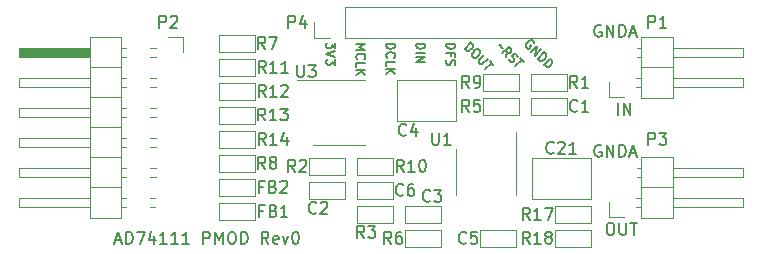
<source format=gbr>
%TF.GenerationSoftware,KiCad,Pcbnew,(6.0.0)*%
%TF.CreationDate,2022-01-10T21:54:35-05:00*%
%TF.ProjectId,ad74111_module,61643734-3131-4315-9f6d-6f64756c652e,rev?*%
%TF.SameCoordinates,Original*%
%TF.FileFunction,Legend,Top*%
%TF.FilePolarity,Positive*%
%FSLAX46Y46*%
G04 Gerber Fmt 4.6, Leading zero omitted, Abs format (unit mm)*
G04 Created by KiCad (PCBNEW (6.0.0)) date 2022-01-10 21:54:35*
%MOMM*%
%LPD*%
G01*
G04 APERTURE LIST*
%ADD10C,0.150000*%
%ADD11C,0.120000*%
G04 APERTURE END LIST*
D10*
X99426095Y-62396666D02*
X99902285Y-62396666D01*
X99330857Y-62682380D02*
X99664190Y-61682380D01*
X99997523Y-62682380D01*
X100330857Y-62682380D02*
X100330857Y-61682380D01*
X100568952Y-61682380D01*
X100711809Y-61730000D01*
X100807047Y-61825238D01*
X100854666Y-61920476D01*
X100902285Y-62110952D01*
X100902285Y-62253809D01*
X100854666Y-62444285D01*
X100807047Y-62539523D01*
X100711809Y-62634761D01*
X100568952Y-62682380D01*
X100330857Y-62682380D01*
X101235619Y-61682380D02*
X101902285Y-61682380D01*
X101473714Y-62682380D01*
X102711809Y-62015714D02*
X102711809Y-62682380D01*
X102473714Y-61634761D02*
X102235619Y-62349047D01*
X102854666Y-62349047D01*
X103759428Y-62682380D02*
X103188000Y-62682380D01*
X103473714Y-62682380D02*
X103473714Y-61682380D01*
X103378476Y-61825238D01*
X103283238Y-61920476D01*
X103188000Y-61968095D01*
X104711809Y-62682380D02*
X104140380Y-62682380D01*
X104426095Y-62682380D02*
X104426095Y-61682380D01*
X104330857Y-61825238D01*
X104235619Y-61920476D01*
X104140380Y-61968095D01*
X105664190Y-62682380D02*
X105092761Y-62682380D01*
X105378476Y-62682380D02*
X105378476Y-61682380D01*
X105283238Y-61825238D01*
X105188000Y-61920476D01*
X105092761Y-61968095D01*
X106854666Y-62682380D02*
X106854666Y-61682380D01*
X107235619Y-61682380D01*
X107330857Y-61730000D01*
X107378476Y-61777619D01*
X107426095Y-61872857D01*
X107426095Y-62015714D01*
X107378476Y-62110952D01*
X107330857Y-62158571D01*
X107235619Y-62206190D01*
X106854666Y-62206190D01*
X107854666Y-62682380D02*
X107854666Y-61682380D01*
X108188000Y-62396666D01*
X108521333Y-61682380D01*
X108521333Y-62682380D01*
X109188000Y-61682380D02*
X109378476Y-61682380D01*
X109473714Y-61730000D01*
X109568952Y-61825238D01*
X109616571Y-62015714D01*
X109616571Y-62349047D01*
X109568952Y-62539523D01*
X109473714Y-62634761D01*
X109378476Y-62682380D01*
X109188000Y-62682380D01*
X109092761Y-62634761D01*
X108997523Y-62539523D01*
X108949904Y-62349047D01*
X108949904Y-62015714D01*
X108997523Y-61825238D01*
X109092761Y-61730000D01*
X109188000Y-61682380D01*
X110045142Y-62682380D02*
X110045142Y-61682380D01*
X110283238Y-61682380D01*
X110426095Y-61730000D01*
X110521333Y-61825238D01*
X110568952Y-61920476D01*
X110616571Y-62110952D01*
X110616571Y-62253809D01*
X110568952Y-62444285D01*
X110521333Y-62539523D01*
X110426095Y-62634761D01*
X110283238Y-62682380D01*
X110045142Y-62682380D01*
X112378476Y-62682380D02*
X112045142Y-62206190D01*
X111807047Y-62682380D02*
X111807047Y-61682380D01*
X112188000Y-61682380D01*
X112283238Y-61730000D01*
X112330857Y-61777619D01*
X112378476Y-61872857D01*
X112378476Y-62015714D01*
X112330857Y-62110952D01*
X112283238Y-62158571D01*
X112188000Y-62206190D01*
X111807047Y-62206190D01*
X113188000Y-62634761D02*
X113092761Y-62682380D01*
X112902285Y-62682380D01*
X112807047Y-62634761D01*
X112759428Y-62539523D01*
X112759428Y-62158571D01*
X112807047Y-62063333D01*
X112902285Y-62015714D01*
X113092761Y-62015714D01*
X113188000Y-62063333D01*
X113235619Y-62158571D01*
X113235619Y-62253809D01*
X112759428Y-62349047D01*
X113568952Y-62015714D02*
X113807047Y-62682380D01*
X114045142Y-62015714D01*
X114616571Y-61682380D02*
X114711809Y-61682380D01*
X114807047Y-61730000D01*
X114854666Y-61777619D01*
X114902285Y-61872857D01*
X114949904Y-62063333D01*
X114949904Y-62301428D01*
X114902285Y-62491904D01*
X114854666Y-62587142D01*
X114807047Y-62634761D01*
X114711809Y-62682380D01*
X114616571Y-62682380D01*
X114521333Y-62634761D01*
X114473714Y-62587142D01*
X114426095Y-62491904D01*
X114378476Y-62301428D01*
X114378476Y-62063333D01*
X114426095Y-61872857D01*
X114473714Y-61777619D01*
X114521333Y-61730000D01*
X114616571Y-61682380D01*
X119797285Y-45744928D02*
X120559285Y-45744928D01*
X120015000Y-45998928D01*
X120559285Y-46252928D01*
X119797285Y-46252928D01*
X119869857Y-47051214D02*
X119833571Y-47014928D01*
X119797285Y-46906071D01*
X119797285Y-46833500D01*
X119833571Y-46724642D01*
X119906142Y-46652071D01*
X119978714Y-46615785D01*
X120123857Y-46579500D01*
X120232714Y-46579500D01*
X120377857Y-46615785D01*
X120450428Y-46652071D01*
X120523000Y-46724642D01*
X120559285Y-46833500D01*
X120559285Y-46906071D01*
X120523000Y-47014928D01*
X120486714Y-47051214D01*
X119797285Y-47740642D02*
X119797285Y-47377785D01*
X120559285Y-47377785D01*
X119797285Y-47994642D02*
X120559285Y-47994642D01*
X119797285Y-48430071D02*
X120232714Y-48103500D01*
X120559285Y-48430071D02*
X120123857Y-47994642D01*
X128985482Y-46160982D02*
X129524297Y-45622166D01*
X129652587Y-45750456D01*
X129703902Y-45853087D01*
X129703902Y-45955719D01*
X129678245Y-46032692D01*
X129601271Y-46160982D01*
X129524297Y-46237955D01*
X129396008Y-46314929D01*
X129319034Y-46340587D01*
X129216403Y-46340587D01*
X129113771Y-46289271D01*
X128985482Y-46160982D01*
X130165744Y-46263613D02*
X130268376Y-46366245D01*
X130294034Y-46443218D01*
X130294034Y-46545850D01*
X130217060Y-46674139D01*
X130037455Y-46853744D01*
X129909165Y-46930718D01*
X129806534Y-46930718D01*
X129729560Y-46905060D01*
X129626929Y-46802428D01*
X129601271Y-46725455D01*
X129601271Y-46622823D01*
X129678245Y-46494534D01*
X129857850Y-46314929D01*
X129986139Y-46237955D01*
X130088771Y-46237955D01*
X130165744Y-46263613D01*
X130627586Y-46725455D02*
X130191402Y-47161639D01*
X130165744Y-47238612D01*
X130165744Y-47289928D01*
X130191402Y-47366902D01*
X130294034Y-47469533D01*
X130371007Y-47495191D01*
X130422323Y-47495191D01*
X130499297Y-47469533D01*
X130935480Y-47033349D01*
X131115086Y-47212954D02*
X131422980Y-47520849D01*
X130730217Y-47905717D02*
X131269033Y-47366902D01*
X127447282Y-45744928D02*
X128209282Y-45744928D01*
X128209282Y-45926357D01*
X128172997Y-46035214D01*
X128100425Y-46107785D01*
X128027854Y-46144071D01*
X127882711Y-46180357D01*
X127773854Y-46180357D01*
X127628711Y-46144071D01*
X127556139Y-46107785D01*
X127483568Y-46035214D01*
X127447282Y-45926357D01*
X127447282Y-45744928D01*
X127846425Y-46760928D02*
X127846425Y-46506928D01*
X127447282Y-46506928D02*
X128209282Y-46506928D01*
X128209282Y-46869785D01*
X127483568Y-47123785D02*
X127447282Y-47232642D01*
X127447282Y-47414071D01*
X127483568Y-47486642D01*
X127519854Y-47522928D01*
X127592425Y-47559214D01*
X127664997Y-47559214D01*
X127737568Y-47522928D01*
X127773854Y-47486642D01*
X127810139Y-47414071D01*
X127846425Y-47268928D01*
X127882711Y-47196357D01*
X127918997Y-47160071D01*
X127991568Y-47123785D01*
X128064139Y-47123785D01*
X128136711Y-47160071D01*
X128172997Y-47196357D01*
X128209282Y-47268928D01*
X128209282Y-47450357D01*
X128172997Y-47559214D01*
X118019285Y-45672357D02*
X118019285Y-46144071D01*
X117729000Y-45890071D01*
X117729000Y-45998928D01*
X117692714Y-46071500D01*
X117656428Y-46107785D01*
X117583857Y-46144071D01*
X117402428Y-46144071D01*
X117329857Y-46107785D01*
X117293571Y-46071500D01*
X117257285Y-45998928D01*
X117257285Y-45781214D01*
X117293571Y-45708642D01*
X117329857Y-45672357D01*
X118019285Y-46361785D02*
X117257285Y-46615785D01*
X118019285Y-46869785D01*
X118019285Y-47051214D02*
X118019285Y-47522928D01*
X117729000Y-47268928D01*
X117729000Y-47377785D01*
X117692714Y-47450357D01*
X117656428Y-47486642D01*
X117583857Y-47522928D01*
X117402428Y-47522928D01*
X117329857Y-47486642D01*
X117293571Y-47450357D01*
X117257285Y-47377785D01*
X117257285Y-47160071D01*
X117293571Y-47087500D01*
X117329857Y-47051214D01*
X124877285Y-45744928D02*
X125639285Y-45744928D01*
X125639285Y-45926357D01*
X125603000Y-46035214D01*
X125530428Y-46107785D01*
X125457857Y-46144071D01*
X125312714Y-46180357D01*
X125203857Y-46180357D01*
X125058714Y-46144071D01*
X124986142Y-46107785D01*
X124913571Y-46035214D01*
X124877285Y-45926357D01*
X124877285Y-45744928D01*
X124877285Y-46506928D02*
X125639285Y-46506928D01*
X124877285Y-46869785D02*
X125639285Y-46869785D01*
X124877285Y-47305214D01*
X125639285Y-47305214D01*
X122337285Y-45744928D02*
X123099285Y-45744928D01*
X123099285Y-45926357D01*
X123063000Y-46035214D01*
X122990428Y-46107785D01*
X122917857Y-46144071D01*
X122772714Y-46180357D01*
X122663857Y-46180357D01*
X122518714Y-46144071D01*
X122446142Y-46107785D01*
X122373571Y-46035214D01*
X122337285Y-45926357D01*
X122337285Y-45744928D01*
X122409857Y-46942357D02*
X122373571Y-46906071D01*
X122337285Y-46797214D01*
X122337285Y-46724642D01*
X122373571Y-46615785D01*
X122446142Y-46543214D01*
X122518714Y-46506928D01*
X122663857Y-46470642D01*
X122772714Y-46470642D01*
X122917857Y-46506928D01*
X122990428Y-46543214D01*
X123063000Y-46615785D01*
X123099285Y-46724642D01*
X123099285Y-46797214D01*
X123063000Y-46906071D01*
X123026714Y-46942357D01*
X122337285Y-47631785D02*
X122337285Y-47268928D01*
X123099285Y-47268928D01*
X122337285Y-47885785D02*
X123099285Y-47885785D01*
X122337285Y-48321214D02*
X122772714Y-47994642D01*
X123099285Y-48321214D02*
X122663857Y-47885785D01*
X134860876Y-45676061D02*
X134835218Y-45599087D01*
X134758245Y-45522113D01*
X134655613Y-45470798D01*
X134552982Y-45470798D01*
X134476008Y-45496456D01*
X134347719Y-45573429D01*
X134270745Y-45650403D01*
X134193771Y-45778692D01*
X134168113Y-45855666D01*
X134168113Y-45958297D01*
X134219429Y-46060929D01*
X134270745Y-46112245D01*
X134373376Y-46163560D01*
X134424692Y-46163560D01*
X134604297Y-45983955D01*
X134501666Y-45881324D01*
X134604297Y-46445797D02*
X135143113Y-45906982D01*
X134912192Y-46753691D01*
X135451007Y-46214876D01*
X135168771Y-47010270D02*
X135707586Y-46471455D01*
X135835875Y-46599744D01*
X135887191Y-46702376D01*
X135887191Y-46805007D01*
X135861533Y-46881981D01*
X135784560Y-47010270D01*
X135707586Y-47087244D01*
X135579297Y-47164217D01*
X135502323Y-47189875D01*
X135399691Y-47189875D01*
X135297060Y-47138560D01*
X135168771Y-47010270D01*
X135707586Y-47549086D02*
X136246401Y-47010270D01*
X136374691Y-47138560D01*
X136426006Y-47241191D01*
X136426006Y-47343823D01*
X136400349Y-47420796D01*
X136323375Y-47549086D01*
X136246401Y-47626059D01*
X136118112Y-47703033D01*
X136041138Y-47728691D01*
X135938507Y-47728691D01*
X135835875Y-47677375D01*
X135707586Y-47549086D01*
X131907771Y-45878745D02*
X131959087Y-45878745D01*
X132036061Y-45904403D01*
X132087376Y-46058350D01*
X132164350Y-46084008D01*
X132215666Y-46084008D01*
X132472245Y-46853744D02*
X132549218Y-46417560D01*
X132164350Y-46545850D02*
X132703165Y-46007034D01*
X132908428Y-46212297D01*
X132934086Y-46289271D01*
X132934086Y-46340587D01*
X132908428Y-46417560D01*
X132831455Y-46494534D01*
X132754481Y-46520192D01*
X132703165Y-46520192D01*
X132626192Y-46494534D01*
X132420929Y-46289271D01*
X132703165Y-47033349D02*
X132754481Y-47135981D01*
X132882771Y-47264270D01*
X132959744Y-47289928D01*
X133011060Y-47289928D01*
X133088034Y-47264270D01*
X133139349Y-47212954D01*
X133165007Y-47135981D01*
X133165007Y-47084665D01*
X133139349Y-47007691D01*
X133062376Y-46879402D01*
X133036718Y-46802428D01*
X133036718Y-46751113D01*
X133062376Y-46674139D01*
X133113691Y-46622823D01*
X133190665Y-46597165D01*
X133241981Y-46597165D01*
X133318954Y-46622823D01*
X133447244Y-46751113D01*
X133498560Y-46853744D01*
X133678165Y-46982034D02*
X133986059Y-47289928D01*
X133293297Y-47674796D02*
X133832112Y-47135981D01*
X140541523Y-44204000D02*
X140446285Y-44156380D01*
X140303428Y-44156380D01*
X140160571Y-44204000D01*
X140065333Y-44299238D01*
X140017714Y-44394476D01*
X139970095Y-44584952D01*
X139970095Y-44727809D01*
X140017714Y-44918285D01*
X140065333Y-45013523D01*
X140160571Y-45108761D01*
X140303428Y-45156380D01*
X140398666Y-45156380D01*
X140541523Y-45108761D01*
X140589142Y-45061142D01*
X140589142Y-44727809D01*
X140398666Y-44727809D01*
X141017714Y-45156380D02*
X141017714Y-44156380D01*
X141589142Y-45156380D01*
X141589142Y-44156380D01*
X142065333Y-45156380D02*
X142065333Y-44156380D01*
X142303428Y-44156380D01*
X142446285Y-44204000D01*
X142541523Y-44299238D01*
X142589142Y-44394476D01*
X142636761Y-44584952D01*
X142636761Y-44727809D01*
X142589142Y-44918285D01*
X142541523Y-45013523D01*
X142446285Y-45108761D01*
X142303428Y-45156380D01*
X142065333Y-45156380D01*
X143017714Y-44870666D02*
X143493904Y-44870666D01*
X142922476Y-45156380D02*
X143255809Y-44156380D01*
X143589142Y-45156380D01*
X140541523Y-54364000D02*
X140446285Y-54316380D01*
X140303428Y-54316380D01*
X140160571Y-54364000D01*
X140065333Y-54459238D01*
X140017714Y-54554476D01*
X139970095Y-54744952D01*
X139970095Y-54887809D01*
X140017714Y-55078285D01*
X140065333Y-55173523D01*
X140160571Y-55268761D01*
X140303428Y-55316380D01*
X140398666Y-55316380D01*
X140541523Y-55268761D01*
X140589142Y-55221142D01*
X140589142Y-54887809D01*
X140398666Y-54887809D01*
X141017714Y-55316380D02*
X141017714Y-54316380D01*
X141589142Y-55316380D01*
X141589142Y-54316380D01*
X142065333Y-55316380D02*
X142065333Y-54316380D01*
X142303428Y-54316380D01*
X142446285Y-54364000D01*
X142541523Y-54459238D01*
X142589142Y-54554476D01*
X142636761Y-54744952D01*
X142636761Y-54887809D01*
X142589142Y-55078285D01*
X142541523Y-55173523D01*
X142446285Y-55268761D01*
X142303428Y-55316380D01*
X142065333Y-55316380D01*
X143017714Y-55030666D02*
X143493904Y-55030666D01*
X142922476Y-55316380D02*
X143255809Y-54316380D01*
X143589142Y-55316380D01*
X141970190Y-51760380D02*
X141970190Y-50760380D01*
X142446380Y-51760380D02*
X142446380Y-50760380D01*
X143017809Y-51760380D01*
X143017809Y-50760380D01*
X141240000Y-60920380D02*
X141430476Y-60920380D01*
X141525714Y-60968000D01*
X141620952Y-61063238D01*
X141668571Y-61253714D01*
X141668571Y-61587047D01*
X141620952Y-61777523D01*
X141525714Y-61872761D01*
X141430476Y-61920380D01*
X141240000Y-61920380D01*
X141144761Y-61872761D01*
X141049523Y-61777523D01*
X141001904Y-61587047D01*
X141001904Y-61253714D01*
X141049523Y-61063238D01*
X141144761Y-60968000D01*
X141240000Y-60920380D01*
X142097142Y-60920380D02*
X142097142Y-61729904D01*
X142144761Y-61825142D01*
X142192380Y-61872761D01*
X142287619Y-61920380D01*
X142478095Y-61920380D01*
X142573333Y-61872761D01*
X142620952Y-61825142D01*
X142668571Y-61729904D01*
X142668571Y-60920380D01*
X143001904Y-60920380D02*
X143573333Y-60920380D01*
X143287619Y-61920380D02*
X143287619Y-60920380D01*
%TO.C,FB2*%
X111916666Y-57840571D02*
X111583333Y-57840571D01*
X111583333Y-58364380D02*
X111583333Y-57364380D01*
X112059523Y-57364380D01*
X112773809Y-57840571D02*
X112916666Y-57888190D01*
X112964285Y-57935809D01*
X113011904Y-58031047D01*
X113011904Y-58173904D01*
X112964285Y-58269142D01*
X112916666Y-58316761D01*
X112821428Y-58364380D01*
X112440476Y-58364380D01*
X112440476Y-57364380D01*
X112773809Y-57364380D01*
X112869047Y-57412000D01*
X112916666Y-57459619D01*
X112964285Y-57554857D01*
X112964285Y-57650095D01*
X112916666Y-57745333D01*
X112869047Y-57792952D01*
X112773809Y-57840571D01*
X112440476Y-57840571D01*
X113392857Y-57459619D02*
X113440476Y-57412000D01*
X113535714Y-57364380D01*
X113773809Y-57364380D01*
X113869047Y-57412000D01*
X113916666Y-57459619D01*
X113964285Y-57554857D01*
X113964285Y-57650095D01*
X113916666Y-57792952D01*
X113345238Y-58364380D01*
X113964285Y-58364380D01*
%TO.C,P4*%
X114069904Y-44394380D02*
X114069904Y-43394380D01*
X114450857Y-43394380D01*
X114546095Y-43442000D01*
X114593714Y-43489619D01*
X114641333Y-43584857D01*
X114641333Y-43727714D01*
X114593714Y-43822952D01*
X114546095Y-43870571D01*
X114450857Y-43918190D01*
X114069904Y-43918190D01*
X115498476Y-43727714D02*
X115498476Y-44394380D01*
X115260380Y-43346761D02*
X115022285Y-44061047D01*
X115641333Y-44061047D01*
%TO.C,C6*%
X123785333Y-58523142D02*
X123737714Y-58570761D01*
X123594857Y-58618380D01*
X123499619Y-58618380D01*
X123356761Y-58570761D01*
X123261523Y-58475523D01*
X123213904Y-58380285D01*
X123166285Y-58189809D01*
X123166285Y-58046952D01*
X123213904Y-57856476D01*
X123261523Y-57761238D01*
X123356761Y-57666000D01*
X123499619Y-57618380D01*
X123594857Y-57618380D01*
X123737714Y-57666000D01*
X123785333Y-57713619D01*
X124642476Y-57618380D02*
X124452000Y-57618380D01*
X124356761Y-57666000D01*
X124309142Y-57713619D01*
X124213904Y-57856476D01*
X124166285Y-58046952D01*
X124166285Y-58427904D01*
X124213904Y-58523142D01*
X124261523Y-58570761D01*
X124356761Y-58618380D01*
X124547238Y-58618380D01*
X124642476Y-58570761D01*
X124690095Y-58523142D01*
X124737714Y-58427904D01*
X124737714Y-58189809D01*
X124690095Y-58094571D01*
X124642476Y-58046952D01*
X124547238Y-57999333D01*
X124356761Y-57999333D01*
X124261523Y-58046952D01*
X124213904Y-58094571D01*
X124166285Y-58189809D01*
%TO.C,R12*%
X112133142Y-50236380D02*
X111799809Y-49760190D01*
X111561714Y-50236380D02*
X111561714Y-49236380D01*
X111942666Y-49236380D01*
X112037904Y-49284000D01*
X112085523Y-49331619D01*
X112133142Y-49426857D01*
X112133142Y-49569714D01*
X112085523Y-49664952D01*
X112037904Y-49712571D01*
X111942666Y-49760190D01*
X111561714Y-49760190D01*
X113085523Y-50236380D02*
X112514095Y-50236380D01*
X112799809Y-50236380D02*
X112799809Y-49236380D01*
X112704571Y-49379238D01*
X112609333Y-49474476D01*
X112514095Y-49522095D01*
X113466476Y-49331619D02*
X113514095Y-49284000D01*
X113609333Y-49236380D01*
X113847428Y-49236380D01*
X113942666Y-49284000D01*
X113990285Y-49331619D01*
X114037904Y-49426857D01*
X114037904Y-49522095D01*
X113990285Y-49664952D01*
X113418857Y-50236380D01*
X114037904Y-50236380D01*
%TO.C,R10*%
X123817142Y-56586380D02*
X123483809Y-56110190D01*
X123245714Y-56586380D02*
X123245714Y-55586380D01*
X123626666Y-55586380D01*
X123721904Y-55634000D01*
X123769523Y-55681619D01*
X123817142Y-55776857D01*
X123817142Y-55919714D01*
X123769523Y-56014952D01*
X123721904Y-56062571D01*
X123626666Y-56110190D01*
X123245714Y-56110190D01*
X124769523Y-56586380D02*
X124198095Y-56586380D01*
X124483809Y-56586380D02*
X124483809Y-55586380D01*
X124388571Y-55729238D01*
X124293333Y-55824476D01*
X124198095Y-55872095D01*
X125388571Y-55586380D02*
X125483809Y-55586380D01*
X125579047Y-55634000D01*
X125626666Y-55681619D01*
X125674285Y-55776857D01*
X125721904Y-55967333D01*
X125721904Y-56205428D01*
X125674285Y-56395904D01*
X125626666Y-56491142D01*
X125579047Y-56538761D01*
X125483809Y-56586380D01*
X125388571Y-56586380D01*
X125293333Y-56538761D01*
X125245714Y-56491142D01*
X125198095Y-56395904D01*
X125150476Y-56205428D01*
X125150476Y-55967333D01*
X125198095Y-55776857D01*
X125245714Y-55681619D01*
X125293333Y-55634000D01*
X125388571Y-55586380D01*
%TO.C,R8*%
X112101333Y-56332380D02*
X111768000Y-55856190D01*
X111529904Y-56332380D02*
X111529904Y-55332380D01*
X111910857Y-55332380D01*
X112006095Y-55380000D01*
X112053714Y-55427619D01*
X112101333Y-55522857D01*
X112101333Y-55665714D01*
X112053714Y-55760952D01*
X112006095Y-55808571D01*
X111910857Y-55856190D01*
X111529904Y-55856190D01*
X112672761Y-55760952D02*
X112577523Y-55713333D01*
X112529904Y-55665714D01*
X112482285Y-55570476D01*
X112482285Y-55522857D01*
X112529904Y-55427619D01*
X112577523Y-55380000D01*
X112672761Y-55332380D01*
X112863238Y-55332380D01*
X112958476Y-55380000D01*
X113006095Y-55427619D01*
X113053714Y-55522857D01*
X113053714Y-55570476D01*
X113006095Y-55665714D01*
X112958476Y-55713333D01*
X112863238Y-55760952D01*
X112672761Y-55760952D01*
X112577523Y-55808571D01*
X112529904Y-55856190D01*
X112482285Y-55951428D01*
X112482285Y-56141904D01*
X112529904Y-56237142D01*
X112577523Y-56284761D01*
X112672761Y-56332380D01*
X112863238Y-56332380D01*
X112958476Y-56284761D01*
X113006095Y-56237142D01*
X113053714Y-56141904D01*
X113053714Y-55951428D01*
X113006095Y-55856190D01*
X112958476Y-55808571D01*
X112863238Y-55760952D01*
%TO.C,C2*%
X116419333Y-60047142D02*
X116371714Y-60094761D01*
X116228857Y-60142380D01*
X116133619Y-60142380D01*
X115990761Y-60094761D01*
X115895523Y-59999523D01*
X115847904Y-59904285D01*
X115800285Y-59713809D01*
X115800285Y-59570952D01*
X115847904Y-59380476D01*
X115895523Y-59285238D01*
X115990761Y-59190000D01*
X116133619Y-59142380D01*
X116228857Y-59142380D01*
X116371714Y-59190000D01*
X116419333Y-59237619D01*
X116800285Y-59237619D02*
X116847904Y-59190000D01*
X116943142Y-59142380D01*
X117181238Y-59142380D01*
X117276476Y-59190000D01*
X117324095Y-59237619D01*
X117371714Y-59332857D01*
X117371714Y-59428095D01*
X117324095Y-59570952D01*
X116752666Y-60142380D01*
X117371714Y-60142380D01*
%TO.C,R2*%
X114641333Y-56586380D02*
X114308000Y-56110190D01*
X114069904Y-56586380D02*
X114069904Y-55586380D01*
X114450857Y-55586380D01*
X114546095Y-55634000D01*
X114593714Y-55681619D01*
X114641333Y-55776857D01*
X114641333Y-55919714D01*
X114593714Y-56014952D01*
X114546095Y-56062571D01*
X114450857Y-56110190D01*
X114069904Y-56110190D01*
X115022285Y-55681619D02*
X115069904Y-55634000D01*
X115165142Y-55586380D01*
X115403238Y-55586380D01*
X115498476Y-55634000D01*
X115546095Y-55681619D01*
X115593714Y-55776857D01*
X115593714Y-55872095D01*
X115546095Y-56014952D01*
X114974666Y-56586380D01*
X115593714Y-56586380D01*
%TO.C,C4*%
X124039333Y-53443142D02*
X123991714Y-53490761D01*
X123848857Y-53538380D01*
X123753619Y-53538380D01*
X123610761Y-53490761D01*
X123515523Y-53395523D01*
X123467904Y-53300285D01*
X123420285Y-53109809D01*
X123420285Y-52966952D01*
X123467904Y-52776476D01*
X123515523Y-52681238D01*
X123610761Y-52586000D01*
X123753619Y-52538380D01*
X123848857Y-52538380D01*
X123991714Y-52586000D01*
X124039333Y-52633619D01*
X124896476Y-52871714D02*
X124896476Y-53538380D01*
X124658380Y-52490761D02*
X124420285Y-53205047D01*
X125039333Y-53205047D01*
%TO.C,C21*%
X136517142Y-54967142D02*
X136469523Y-55014761D01*
X136326666Y-55062380D01*
X136231428Y-55062380D01*
X136088571Y-55014761D01*
X135993333Y-54919523D01*
X135945714Y-54824285D01*
X135898095Y-54633809D01*
X135898095Y-54490952D01*
X135945714Y-54300476D01*
X135993333Y-54205238D01*
X136088571Y-54110000D01*
X136231428Y-54062380D01*
X136326666Y-54062380D01*
X136469523Y-54110000D01*
X136517142Y-54157619D01*
X136898095Y-54157619D02*
X136945714Y-54110000D01*
X137040952Y-54062380D01*
X137279047Y-54062380D01*
X137374285Y-54110000D01*
X137421904Y-54157619D01*
X137469523Y-54252857D01*
X137469523Y-54348095D01*
X137421904Y-54490952D01*
X136850476Y-55062380D01*
X137469523Y-55062380D01*
X138421904Y-55062380D02*
X137850476Y-55062380D01*
X138136190Y-55062380D02*
X138136190Y-54062380D01*
X138040952Y-54205238D01*
X137945714Y-54300476D01*
X137850476Y-54348095D01*
%TO.C,C5*%
X129119333Y-62587142D02*
X129071714Y-62634761D01*
X128928857Y-62682380D01*
X128833619Y-62682380D01*
X128690761Y-62634761D01*
X128595523Y-62539523D01*
X128547904Y-62444285D01*
X128500285Y-62253809D01*
X128500285Y-62110952D01*
X128547904Y-61920476D01*
X128595523Y-61825238D01*
X128690761Y-61730000D01*
X128833619Y-61682380D01*
X128928857Y-61682380D01*
X129071714Y-61730000D01*
X129119333Y-61777619D01*
X130024095Y-61682380D02*
X129547904Y-61682380D01*
X129500285Y-62158571D01*
X129547904Y-62110952D01*
X129643142Y-62063333D01*
X129881238Y-62063333D01*
X129976476Y-62110952D01*
X130024095Y-62158571D01*
X130071714Y-62253809D01*
X130071714Y-62491904D01*
X130024095Y-62587142D01*
X129976476Y-62634761D01*
X129881238Y-62682380D01*
X129643142Y-62682380D01*
X129547904Y-62634761D01*
X129500285Y-62587142D01*
%TO.C,U1*%
X126238095Y-53300380D02*
X126238095Y-54109904D01*
X126285714Y-54205142D01*
X126333333Y-54252761D01*
X126428571Y-54300380D01*
X126619047Y-54300380D01*
X126714285Y-54252761D01*
X126761904Y-54205142D01*
X126809523Y-54109904D01*
X126809523Y-53300380D01*
X127809523Y-54300380D02*
X127238095Y-54300380D01*
X127523809Y-54300380D02*
X127523809Y-53300380D01*
X127428571Y-53443238D01*
X127333333Y-53538476D01*
X127238095Y-53586095D01*
%TO.C,R1*%
X138517333Y-49474380D02*
X138184000Y-48998190D01*
X137945904Y-49474380D02*
X137945904Y-48474380D01*
X138326857Y-48474380D01*
X138422095Y-48522000D01*
X138469714Y-48569619D01*
X138517333Y-48664857D01*
X138517333Y-48807714D01*
X138469714Y-48902952D01*
X138422095Y-48950571D01*
X138326857Y-48998190D01*
X137945904Y-48998190D01*
X139469714Y-49474380D02*
X138898285Y-49474380D01*
X139184000Y-49474380D02*
X139184000Y-48474380D01*
X139088761Y-48617238D01*
X138993523Y-48712476D01*
X138898285Y-48760095D01*
%TO.C,R11*%
X112133142Y-48204380D02*
X111799809Y-47728190D01*
X111561714Y-48204380D02*
X111561714Y-47204380D01*
X111942666Y-47204380D01*
X112037904Y-47252000D01*
X112085523Y-47299619D01*
X112133142Y-47394857D01*
X112133142Y-47537714D01*
X112085523Y-47632952D01*
X112037904Y-47680571D01*
X111942666Y-47728190D01*
X111561714Y-47728190D01*
X113085523Y-48204380D02*
X112514095Y-48204380D01*
X112799809Y-48204380D02*
X112799809Y-47204380D01*
X112704571Y-47347238D01*
X112609333Y-47442476D01*
X112514095Y-47490095D01*
X114037904Y-48204380D02*
X113466476Y-48204380D01*
X113752190Y-48204380D02*
X113752190Y-47204380D01*
X113656952Y-47347238D01*
X113561714Y-47442476D01*
X113466476Y-47490095D01*
%TO.C,R3*%
X120483333Y-62174380D02*
X120150000Y-61698190D01*
X119911904Y-62174380D02*
X119911904Y-61174380D01*
X120292857Y-61174380D01*
X120388095Y-61222000D01*
X120435714Y-61269619D01*
X120483333Y-61364857D01*
X120483333Y-61507714D01*
X120435714Y-61602952D01*
X120388095Y-61650571D01*
X120292857Y-61698190D01*
X119911904Y-61698190D01*
X120816666Y-61174380D02*
X121435714Y-61174380D01*
X121102380Y-61555333D01*
X121245238Y-61555333D01*
X121340476Y-61602952D01*
X121388095Y-61650571D01*
X121435714Y-61745809D01*
X121435714Y-61983904D01*
X121388095Y-62079142D01*
X121340476Y-62126761D01*
X121245238Y-62174380D01*
X120959523Y-62174380D01*
X120864285Y-62126761D01*
X120816666Y-62079142D01*
%TO.C,R7*%
X112101333Y-46172380D02*
X111768000Y-45696190D01*
X111529904Y-46172380D02*
X111529904Y-45172380D01*
X111910857Y-45172380D01*
X112006095Y-45220000D01*
X112053714Y-45267619D01*
X112101333Y-45362857D01*
X112101333Y-45505714D01*
X112053714Y-45600952D01*
X112006095Y-45648571D01*
X111910857Y-45696190D01*
X111529904Y-45696190D01*
X112434666Y-45172380D02*
X113101333Y-45172380D01*
X112672761Y-46172380D01*
%TO.C,U3*%
X114808095Y-47564380D02*
X114808095Y-48373904D01*
X114855714Y-48469142D01*
X114903333Y-48516761D01*
X114998571Y-48564380D01*
X115189047Y-48564380D01*
X115284285Y-48516761D01*
X115331904Y-48469142D01*
X115379523Y-48373904D01*
X115379523Y-47564380D01*
X115760476Y-47564380D02*
X116379523Y-47564380D01*
X116046190Y-47945333D01*
X116189047Y-47945333D01*
X116284285Y-47992952D01*
X116331904Y-48040571D01*
X116379523Y-48135809D01*
X116379523Y-48373904D01*
X116331904Y-48469142D01*
X116284285Y-48516761D01*
X116189047Y-48564380D01*
X115903333Y-48564380D01*
X115808095Y-48516761D01*
X115760476Y-48469142D01*
%TO.C,P2*%
X103147904Y-44394380D02*
X103147904Y-43394380D01*
X103528857Y-43394380D01*
X103624095Y-43442000D01*
X103671714Y-43489619D01*
X103719333Y-43584857D01*
X103719333Y-43727714D01*
X103671714Y-43822952D01*
X103624095Y-43870571D01*
X103528857Y-43918190D01*
X103147904Y-43918190D01*
X104100285Y-43489619D02*
X104147904Y-43442000D01*
X104243142Y-43394380D01*
X104481238Y-43394380D01*
X104576476Y-43442000D01*
X104624095Y-43489619D01*
X104671714Y-43584857D01*
X104671714Y-43680095D01*
X104624095Y-43822952D01*
X104052666Y-44394380D01*
X104671714Y-44394380D01*
%TO.C,C3*%
X126071333Y-59031142D02*
X126023714Y-59078761D01*
X125880857Y-59126380D01*
X125785619Y-59126380D01*
X125642761Y-59078761D01*
X125547523Y-58983523D01*
X125499904Y-58888285D01*
X125452285Y-58697809D01*
X125452285Y-58554952D01*
X125499904Y-58364476D01*
X125547523Y-58269238D01*
X125642761Y-58174000D01*
X125785619Y-58126380D01*
X125880857Y-58126380D01*
X126023714Y-58174000D01*
X126071333Y-58221619D01*
X126404666Y-58126380D02*
X127023714Y-58126380D01*
X126690380Y-58507333D01*
X126833238Y-58507333D01*
X126928476Y-58554952D01*
X126976095Y-58602571D01*
X127023714Y-58697809D01*
X127023714Y-58935904D01*
X126976095Y-59031142D01*
X126928476Y-59078761D01*
X126833238Y-59126380D01*
X126547523Y-59126380D01*
X126452285Y-59078761D01*
X126404666Y-59031142D01*
%TO.C,R14*%
X112133142Y-54300380D02*
X111799809Y-53824190D01*
X111561714Y-54300380D02*
X111561714Y-53300380D01*
X111942666Y-53300380D01*
X112037904Y-53348000D01*
X112085523Y-53395619D01*
X112133142Y-53490857D01*
X112133142Y-53633714D01*
X112085523Y-53728952D01*
X112037904Y-53776571D01*
X111942666Y-53824190D01*
X111561714Y-53824190D01*
X113085523Y-54300380D02*
X112514095Y-54300380D01*
X112799809Y-54300380D02*
X112799809Y-53300380D01*
X112704571Y-53443238D01*
X112609333Y-53538476D01*
X112514095Y-53586095D01*
X113942666Y-53633714D02*
X113942666Y-54300380D01*
X113704571Y-53252761D02*
X113466476Y-53967047D01*
X114085523Y-53967047D01*
%TO.C,R9*%
X129373333Y-49474380D02*
X129040000Y-48998190D01*
X128801904Y-49474380D02*
X128801904Y-48474380D01*
X129182857Y-48474380D01*
X129278095Y-48522000D01*
X129325714Y-48569619D01*
X129373333Y-48664857D01*
X129373333Y-48807714D01*
X129325714Y-48902952D01*
X129278095Y-48950571D01*
X129182857Y-48998190D01*
X128801904Y-48998190D01*
X129849523Y-49474380D02*
X130040000Y-49474380D01*
X130135238Y-49426761D01*
X130182857Y-49379142D01*
X130278095Y-49236285D01*
X130325714Y-49045809D01*
X130325714Y-48664857D01*
X130278095Y-48569619D01*
X130230476Y-48522000D01*
X130135238Y-48474380D01*
X129944761Y-48474380D01*
X129849523Y-48522000D01*
X129801904Y-48569619D01*
X129754285Y-48664857D01*
X129754285Y-48902952D01*
X129801904Y-48998190D01*
X129849523Y-49045809D01*
X129944761Y-49093428D01*
X130135238Y-49093428D01*
X130230476Y-49045809D01*
X130278095Y-48998190D01*
X130325714Y-48902952D01*
%TO.C,P1*%
X144549904Y-44394380D02*
X144549904Y-43394380D01*
X144930857Y-43394380D01*
X145026095Y-43442000D01*
X145073714Y-43489619D01*
X145121333Y-43584857D01*
X145121333Y-43727714D01*
X145073714Y-43822952D01*
X145026095Y-43870571D01*
X144930857Y-43918190D01*
X144549904Y-43918190D01*
X146073714Y-44394380D02*
X145502285Y-44394380D01*
X145788000Y-44394380D02*
X145788000Y-43394380D01*
X145692761Y-43537238D01*
X145597523Y-43632476D01*
X145502285Y-43680095D01*
%TO.C,FB1*%
X111942666Y-59872571D02*
X111609333Y-59872571D01*
X111609333Y-60396380D02*
X111609333Y-59396380D01*
X112085523Y-59396380D01*
X112799809Y-59872571D02*
X112942666Y-59920190D01*
X112990285Y-59967809D01*
X113037904Y-60063047D01*
X113037904Y-60205904D01*
X112990285Y-60301142D01*
X112942666Y-60348761D01*
X112847428Y-60396380D01*
X112466476Y-60396380D01*
X112466476Y-59396380D01*
X112799809Y-59396380D01*
X112895047Y-59444000D01*
X112942666Y-59491619D01*
X112990285Y-59586857D01*
X112990285Y-59682095D01*
X112942666Y-59777333D01*
X112895047Y-59824952D01*
X112799809Y-59872571D01*
X112466476Y-59872571D01*
X113990285Y-60396380D02*
X113418857Y-60396380D01*
X113704571Y-60396380D02*
X113704571Y-59396380D01*
X113609333Y-59539238D01*
X113514095Y-59634476D01*
X113418857Y-59682095D01*
%TO.C,R6*%
X122769333Y-62682380D02*
X122436000Y-62206190D01*
X122197904Y-62682380D02*
X122197904Y-61682380D01*
X122578857Y-61682380D01*
X122674095Y-61730000D01*
X122721714Y-61777619D01*
X122769333Y-61872857D01*
X122769333Y-62015714D01*
X122721714Y-62110952D01*
X122674095Y-62158571D01*
X122578857Y-62206190D01*
X122197904Y-62206190D01*
X123626476Y-61682380D02*
X123436000Y-61682380D01*
X123340761Y-61730000D01*
X123293142Y-61777619D01*
X123197904Y-61920476D01*
X123150285Y-62110952D01*
X123150285Y-62491904D01*
X123197904Y-62587142D01*
X123245523Y-62634761D01*
X123340761Y-62682380D01*
X123531238Y-62682380D01*
X123626476Y-62634761D01*
X123674095Y-62587142D01*
X123721714Y-62491904D01*
X123721714Y-62253809D01*
X123674095Y-62158571D01*
X123626476Y-62110952D01*
X123531238Y-62063333D01*
X123340761Y-62063333D01*
X123245523Y-62110952D01*
X123197904Y-62158571D01*
X123150285Y-62253809D01*
%TO.C,R18*%
X134485142Y-62682380D02*
X134151809Y-62206190D01*
X133913714Y-62682380D02*
X133913714Y-61682380D01*
X134294666Y-61682380D01*
X134389904Y-61730000D01*
X134437523Y-61777619D01*
X134485142Y-61872857D01*
X134485142Y-62015714D01*
X134437523Y-62110952D01*
X134389904Y-62158571D01*
X134294666Y-62206190D01*
X133913714Y-62206190D01*
X135437523Y-62682380D02*
X134866095Y-62682380D01*
X135151809Y-62682380D02*
X135151809Y-61682380D01*
X135056571Y-61825238D01*
X134961333Y-61920476D01*
X134866095Y-61968095D01*
X136008952Y-62110952D02*
X135913714Y-62063333D01*
X135866095Y-62015714D01*
X135818476Y-61920476D01*
X135818476Y-61872857D01*
X135866095Y-61777619D01*
X135913714Y-61730000D01*
X136008952Y-61682380D01*
X136199428Y-61682380D01*
X136294666Y-61730000D01*
X136342285Y-61777619D01*
X136389904Y-61872857D01*
X136389904Y-61920476D01*
X136342285Y-62015714D01*
X136294666Y-62063333D01*
X136199428Y-62110952D01*
X136008952Y-62110952D01*
X135913714Y-62158571D01*
X135866095Y-62206190D01*
X135818476Y-62301428D01*
X135818476Y-62491904D01*
X135866095Y-62587142D01*
X135913714Y-62634761D01*
X136008952Y-62682380D01*
X136199428Y-62682380D01*
X136294666Y-62634761D01*
X136342285Y-62587142D01*
X136389904Y-62491904D01*
X136389904Y-62301428D01*
X136342285Y-62206190D01*
X136294666Y-62158571D01*
X136199428Y-62110952D01*
%TO.C,R13*%
X112105142Y-52238380D02*
X111771809Y-51762190D01*
X111533714Y-52238380D02*
X111533714Y-51238380D01*
X111914666Y-51238380D01*
X112009904Y-51286000D01*
X112057523Y-51333619D01*
X112105142Y-51428857D01*
X112105142Y-51571714D01*
X112057523Y-51666952D01*
X112009904Y-51714571D01*
X111914666Y-51762190D01*
X111533714Y-51762190D01*
X113057523Y-52238380D02*
X112486095Y-52238380D01*
X112771809Y-52238380D02*
X112771809Y-51238380D01*
X112676571Y-51381238D01*
X112581333Y-51476476D01*
X112486095Y-51524095D01*
X113390857Y-51238380D02*
X114009904Y-51238380D01*
X113676571Y-51619333D01*
X113819428Y-51619333D01*
X113914666Y-51666952D01*
X113962285Y-51714571D01*
X114009904Y-51809809D01*
X114009904Y-52047904D01*
X113962285Y-52143142D01*
X113914666Y-52190761D01*
X113819428Y-52238380D01*
X113533714Y-52238380D01*
X113438476Y-52190761D01*
X113390857Y-52143142D01*
%TO.C,R17*%
X134485142Y-60650380D02*
X134151809Y-60174190D01*
X133913714Y-60650380D02*
X133913714Y-59650380D01*
X134294666Y-59650380D01*
X134389904Y-59698000D01*
X134437523Y-59745619D01*
X134485142Y-59840857D01*
X134485142Y-59983714D01*
X134437523Y-60078952D01*
X134389904Y-60126571D01*
X134294666Y-60174190D01*
X133913714Y-60174190D01*
X135437523Y-60650380D02*
X134866095Y-60650380D01*
X135151809Y-60650380D02*
X135151809Y-59650380D01*
X135056571Y-59793238D01*
X134961333Y-59888476D01*
X134866095Y-59936095D01*
X135770857Y-59650380D02*
X136437523Y-59650380D01*
X136008952Y-60650380D01*
%TO.C,P3*%
X144549904Y-54300380D02*
X144549904Y-53300380D01*
X144930857Y-53300380D01*
X145026095Y-53348000D01*
X145073714Y-53395619D01*
X145121333Y-53490857D01*
X145121333Y-53633714D01*
X145073714Y-53728952D01*
X145026095Y-53776571D01*
X144930857Y-53824190D01*
X144549904Y-53824190D01*
X145454666Y-53300380D02*
X146073714Y-53300380D01*
X145740380Y-53681333D01*
X145883238Y-53681333D01*
X145978476Y-53728952D01*
X146026095Y-53776571D01*
X146073714Y-53871809D01*
X146073714Y-54109904D01*
X146026095Y-54205142D01*
X145978476Y-54252761D01*
X145883238Y-54300380D01*
X145597523Y-54300380D01*
X145502285Y-54252761D01*
X145454666Y-54205142D01*
%TO.C,R5*%
X129373333Y-51506380D02*
X129040000Y-51030190D01*
X128801904Y-51506380D02*
X128801904Y-50506380D01*
X129182857Y-50506380D01*
X129278095Y-50554000D01*
X129325714Y-50601619D01*
X129373333Y-50696857D01*
X129373333Y-50839714D01*
X129325714Y-50934952D01*
X129278095Y-50982571D01*
X129182857Y-51030190D01*
X128801904Y-51030190D01*
X130278095Y-50506380D02*
X129801904Y-50506380D01*
X129754285Y-50982571D01*
X129801904Y-50934952D01*
X129897142Y-50887333D01*
X130135238Y-50887333D01*
X130230476Y-50934952D01*
X130278095Y-50982571D01*
X130325714Y-51077809D01*
X130325714Y-51315904D01*
X130278095Y-51411142D01*
X130230476Y-51458761D01*
X130135238Y-51506380D01*
X129897142Y-51506380D01*
X129801904Y-51458761D01*
X129754285Y-51411142D01*
%TO.C,C1*%
X138517333Y-51411142D02*
X138469714Y-51458761D01*
X138326857Y-51506380D01*
X138231619Y-51506380D01*
X138088761Y-51458761D01*
X137993523Y-51363523D01*
X137945904Y-51268285D01*
X137898285Y-51077809D01*
X137898285Y-50934952D01*
X137945904Y-50744476D01*
X137993523Y-50649238D01*
X138088761Y-50554000D01*
X138231619Y-50506380D01*
X138326857Y-50506380D01*
X138469714Y-50554000D01*
X138517333Y-50601619D01*
X139469714Y-51506380D02*
X138898285Y-51506380D01*
X139184000Y-51506380D02*
X139184000Y-50506380D01*
X139088761Y-50649238D01*
X138993523Y-50744476D01*
X138898285Y-50792095D01*
D11*
%TO.C,FB2*%
X108228000Y-58662000D02*
X108228000Y-57162000D01*
X111228000Y-57162000D02*
X111228000Y-58662000D01*
X111228000Y-58662000D02*
X108228000Y-58662000D01*
X108228000Y-57162000D02*
X111228000Y-57162000D01*
%TO.C,P4*%
X117602000Y-45272000D02*
X116272000Y-45272000D01*
X118872000Y-45272000D02*
X118872000Y-42612000D01*
X118872000Y-42612000D02*
X136712000Y-42612000D01*
X136712000Y-45272000D02*
X136712000Y-42612000D01*
X116272000Y-45272000D02*
X116272000Y-43942000D01*
X118872000Y-45272000D02*
X136712000Y-45272000D01*
%TO.C,C6*%
X122912000Y-57416000D02*
X122912000Y-58916000D01*
X119912000Y-58916000D02*
X119912000Y-57416000D01*
X119912000Y-57416000D02*
X122912000Y-57416000D01*
X122912000Y-58916000D02*
X119912000Y-58916000D01*
%TO.C,R12*%
X108228000Y-49034000D02*
X111228000Y-49034000D01*
X111228000Y-50534000D02*
X108228000Y-50534000D01*
X111228000Y-49034000D02*
X111228000Y-50534000D01*
X108228000Y-50534000D02*
X108228000Y-49034000D01*
%TO.C,R10*%
X122912000Y-56884000D02*
X119912000Y-56884000D01*
X119912000Y-55384000D02*
X122912000Y-55384000D01*
X119912000Y-56884000D02*
X119912000Y-55384000D01*
X122912000Y-55384000D02*
X122912000Y-56884000D01*
%TO.C,R8*%
X111228000Y-56630000D02*
X108228000Y-56630000D01*
X108228000Y-56630000D02*
X108228000Y-55130000D01*
X111228000Y-55130000D02*
X111228000Y-56630000D01*
X108228000Y-55130000D02*
X111228000Y-55130000D01*
%TO.C,C2*%
X115848000Y-58916000D02*
X115848000Y-57416000D01*
X115848000Y-57416000D02*
X118848000Y-57416000D01*
X118848000Y-57416000D02*
X118848000Y-58916000D01*
X118848000Y-58916000D02*
X115848000Y-58916000D01*
%TO.C,R2*%
X115848000Y-55384000D02*
X118848000Y-55384000D01*
X118848000Y-56884000D02*
X115848000Y-56884000D01*
X118848000Y-55384000D02*
X118848000Y-56884000D01*
X115848000Y-56884000D02*
X115848000Y-55384000D01*
%TO.C,C4*%
X128230000Y-52296000D02*
X123230000Y-52296000D01*
X128230000Y-48796000D02*
X128230000Y-52296000D01*
X123230000Y-52296000D02*
X123230000Y-48796000D01*
X123230000Y-48796000D02*
X128230000Y-48796000D01*
%TO.C,C21*%
X139660000Y-58900000D02*
X134660000Y-58900000D01*
X139660000Y-55400000D02*
X139660000Y-58900000D01*
X134660000Y-55400000D02*
X139660000Y-55400000D01*
X134660000Y-58900000D02*
X134660000Y-55400000D01*
%TO.C,C5*%
X133326000Y-62980000D02*
X130326000Y-62980000D01*
X130326000Y-61480000D02*
X133326000Y-61480000D01*
X130326000Y-62980000D02*
X130326000Y-61480000D01*
X133326000Y-61480000D02*
X133326000Y-62980000D01*
%TO.C,U1*%
X133370000Y-56642000D02*
X133370000Y-53192000D01*
X133370000Y-56642000D02*
X133370000Y-58592000D01*
X128250000Y-56642000D02*
X128250000Y-58592000D01*
X128250000Y-56642000D02*
X128250000Y-54692000D01*
%TO.C,R1*%
X134644000Y-48272000D02*
X137644000Y-48272000D01*
X137644000Y-49772000D02*
X134644000Y-49772000D01*
X134644000Y-49772000D02*
X134644000Y-48272000D01*
X137644000Y-48272000D02*
X137644000Y-49772000D01*
%TO.C,R11*%
X108228000Y-47002000D02*
X111228000Y-47002000D01*
X108228000Y-48502000D02*
X108228000Y-47002000D01*
X111228000Y-47002000D02*
X111228000Y-48502000D01*
X111228000Y-48502000D02*
X108228000Y-48502000D01*
%TO.C,R3*%
X122912000Y-60948000D02*
X119912000Y-60948000D01*
X119912000Y-60948000D02*
X119912000Y-59448000D01*
X122912000Y-59448000D02*
X122912000Y-60948000D01*
X119912000Y-59448000D02*
X122912000Y-59448000D01*
%TO.C,R7*%
X108228000Y-46470000D02*
X108228000Y-44970000D01*
X111228000Y-44970000D02*
X111228000Y-46470000D01*
X111228000Y-46470000D02*
X108228000Y-46470000D01*
X108228000Y-44970000D02*
X111228000Y-44970000D01*
%TO.C,U3*%
X118364000Y-54297000D02*
X116164000Y-54297000D01*
X118364000Y-48827000D02*
X114764000Y-48827000D01*
X118364000Y-54297000D02*
X120564000Y-54297000D01*
X118364000Y-48827000D02*
X120564000Y-48827000D01*
%TO.C,P2*%
X102843071Y-54482000D02*
X102388929Y-54482000D01*
X100303071Y-59562000D02*
X99906000Y-59562000D01*
X100303071Y-57022000D02*
X99906000Y-57022000D01*
X103886000Y-45212000D02*
X105156000Y-45212000D01*
X100303071Y-46862000D02*
X99906000Y-46862000D01*
X91246000Y-57022000D02*
X91246000Y-56262000D01*
X97246000Y-59562000D02*
X91246000Y-59562000D01*
X91246000Y-46102000D02*
X97246000Y-46102000D01*
X99906000Y-45152000D02*
X97246000Y-45152000D01*
X91246000Y-58802000D02*
X97246000Y-58802000D01*
X97246000Y-46862000D02*
X91246000Y-46862000D01*
X91246000Y-51942000D02*
X91246000Y-51182000D01*
X100303071Y-51182000D02*
X99906000Y-51182000D01*
X102843071Y-46862000D02*
X102388929Y-46862000D01*
X91246000Y-48642000D02*
X97246000Y-48642000D01*
X91246000Y-49402000D02*
X91246000Y-48642000D01*
X100303071Y-53722000D02*
X99906000Y-53722000D01*
X102843071Y-53722000D02*
X102388929Y-53722000D01*
X99906000Y-60512000D02*
X99906000Y-45152000D01*
X91246000Y-46862000D02*
X91246000Y-46102000D01*
X91246000Y-59562000D02*
X91246000Y-58802000D01*
X97246000Y-45152000D02*
X97246000Y-60512000D01*
X100303071Y-51942000D02*
X99906000Y-51942000D01*
X91246000Y-51182000D02*
X97246000Y-51182000D01*
X102776000Y-58802000D02*
X102388929Y-58802000D01*
X102843071Y-48642000D02*
X102388929Y-48642000D01*
X102843071Y-51942000D02*
X102388929Y-51942000D01*
X100303071Y-46102000D02*
X99906000Y-46102000D01*
X91246000Y-54482000D02*
X91246000Y-53722000D01*
X91246000Y-53722000D02*
X97246000Y-53722000D01*
X97246000Y-60512000D02*
X99906000Y-60512000D01*
X97246000Y-49402000D02*
X91246000Y-49402000D01*
X102776000Y-59562000D02*
X102388929Y-59562000D01*
X97246000Y-54482000D02*
X91246000Y-54482000D01*
X102843071Y-51182000D02*
X102388929Y-51182000D01*
X100303071Y-56262000D02*
X99906000Y-56262000D01*
X97246000Y-51942000D02*
X91246000Y-51942000D01*
X100303071Y-49402000D02*
X99906000Y-49402000D01*
X100303071Y-48642000D02*
X99906000Y-48642000D01*
X97246000Y-57022000D02*
X91246000Y-57022000D01*
X99906000Y-47752000D02*
X97246000Y-47752000D01*
X99906000Y-50292000D02*
X97246000Y-50292000D01*
X102843071Y-57022000D02*
X102388929Y-57022000D01*
X99906000Y-57912000D02*
X97246000Y-57912000D01*
X100303071Y-58802000D02*
X99906000Y-58802000D01*
X91246000Y-56262000D02*
X97246000Y-56262000D01*
X100303071Y-54482000D02*
X99906000Y-54482000D01*
X99906000Y-55372000D02*
X97246000Y-55372000D01*
X102843071Y-56262000D02*
X102388929Y-56262000D01*
X99906000Y-52832000D02*
X97246000Y-52832000D01*
X102843071Y-46102000D02*
X102388929Y-46102000D01*
X105156000Y-45212000D02*
X105156000Y-46482000D01*
X102843071Y-49402000D02*
X102388929Y-49402000D01*
X97246001Y-46862000D02*
X91246000Y-46862000D01*
X91246000Y-46862000D02*
X91246000Y-46102000D01*
X91246000Y-46102000D02*
X97246001Y-46102000D01*
X97246001Y-46102000D02*
X97246001Y-46862000D01*
G36*
X97246001Y-46862000D02*
G01*
X91246000Y-46862000D01*
X91246000Y-46102000D01*
X97246001Y-46102000D01*
X97246001Y-46862000D01*
G37*
%TO.C,C3*%
X123976000Y-59448000D02*
X126976000Y-59448000D01*
X126976000Y-59448000D02*
X126976000Y-60948000D01*
X123976000Y-60948000D02*
X123976000Y-59448000D01*
X126976000Y-60948000D02*
X123976000Y-60948000D01*
%TO.C,R14*%
X111228000Y-54598000D02*
X108228000Y-54598000D01*
X108228000Y-54598000D02*
X108228000Y-53098000D01*
X111228000Y-53098000D02*
X111228000Y-54598000D01*
X108228000Y-53098000D02*
X111228000Y-53098000D01*
%TO.C,R9*%
X130580000Y-48272000D02*
X133580000Y-48272000D01*
X133580000Y-48272000D02*
X133580000Y-49772000D01*
X130580000Y-49772000D02*
X130580000Y-48272000D01*
X133580000Y-49772000D02*
X130580000Y-49772000D01*
%TO.C,P1*%
X146594000Y-46102000D02*
X152594000Y-46102000D01*
X141224000Y-50292000D02*
X141224000Y-49022000D01*
X143604000Y-46862000D02*
X143934000Y-46862000D01*
X152594000Y-49402000D02*
X146594000Y-49402000D01*
X143604000Y-46102000D02*
X143934000Y-46102000D01*
X143536929Y-48642000D02*
X143934000Y-48642000D01*
X143934000Y-50352000D02*
X146594000Y-50352000D01*
X143934000Y-45152000D02*
X143934000Y-50352000D01*
X143934000Y-47752000D02*
X146594000Y-47752000D01*
X152594000Y-46862000D02*
X146594000Y-46862000D01*
X146594000Y-50352000D02*
X146594000Y-45152000D01*
X146594000Y-48642000D02*
X152594000Y-48642000D01*
X142494000Y-50292000D02*
X141224000Y-50292000D01*
X152594000Y-46102000D02*
X152594000Y-46862000D01*
X152594000Y-48642000D02*
X152594000Y-49402000D01*
X143536929Y-49402000D02*
X143934000Y-49402000D01*
X146594000Y-45152000D02*
X143934000Y-45152000D01*
%TO.C,FB1*%
X108228000Y-59194000D02*
X111228000Y-59194000D01*
X108228000Y-60694000D02*
X108228000Y-59194000D01*
X111228000Y-60694000D02*
X108228000Y-60694000D01*
X111228000Y-59194000D02*
X111228000Y-60694000D01*
%TO.C,R6*%
X126976000Y-62980000D02*
X123976000Y-62980000D01*
X123976000Y-62980000D02*
X123976000Y-61480000D01*
X126976000Y-61480000D02*
X126976000Y-62980000D01*
X123976000Y-61480000D02*
X126976000Y-61480000D01*
%TO.C,R18*%
X139676000Y-62980000D02*
X136676000Y-62980000D01*
X136676000Y-61480000D02*
X139676000Y-61480000D01*
X136676000Y-62980000D02*
X136676000Y-61480000D01*
X139676000Y-61480000D02*
X139676000Y-62980000D01*
%TO.C,R13*%
X111228000Y-52566000D02*
X108228000Y-52566000D01*
X111228000Y-51066000D02*
X111228000Y-52566000D01*
X108228000Y-52566000D02*
X108228000Y-51066000D01*
X108228000Y-51066000D02*
X111228000Y-51066000D01*
%TO.C,R17*%
X136676000Y-60948000D02*
X136676000Y-59448000D01*
X139676000Y-60948000D02*
X136676000Y-60948000D01*
X139676000Y-59448000D02*
X139676000Y-60948000D01*
X136676000Y-59448000D02*
X139676000Y-59448000D01*
%TO.C,P3*%
X141224000Y-60452000D02*
X141224000Y-59182000D01*
X152594000Y-59562000D02*
X146594000Y-59562000D01*
X143934000Y-57912000D02*
X146594000Y-57912000D01*
X146594000Y-56262000D02*
X152594000Y-56262000D01*
X146594000Y-60512000D02*
X146594000Y-55312000D01*
X152594000Y-57022000D02*
X146594000Y-57022000D01*
X142494000Y-60452000D02*
X141224000Y-60452000D01*
X143604000Y-56262000D02*
X143934000Y-56262000D01*
X143536929Y-58802000D02*
X143934000Y-58802000D01*
X146594000Y-55312000D02*
X143934000Y-55312000D01*
X143934000Y-60512000D02*
X146594000Y-60512000D01*
X143934000Y-55312000D02*
X143934000Y-60512000D01*
X146594000Y-58802000D02*
X152594000Y-58802000D01*
X143536929Y-59562000D02*
X143934000Y-59562000D01*
X152594000Y-58802000D02*
X152594000Y-59562000D01*
X143604000Y-57022000D02*
X143934000Y-57022000D01*
X152594000Y-56262000D02*
X152594000Y-57022000D01*
%TO.C,R5*%
X130580000Y-51804000D02*
X130580000Y-50304000D01*
X130580000Y-50304000D02*
X133580000Y-50304000D01*
X133580000Y-51804000D02*
X130580000Y-51804000D01*
X133580000Y-50304000D02*
X133580000Y-51804000D01*
%TO.C,C1*%
X137644000Y-50304000D02*
X137644000Y-51804000D01*
X134644000Y-51804000D02*
X134644000Y-50304000D01*
X134644000Y-50304000D02*
X137644000Y-50304000D01*
X137644000Y-51804000D02*
X134644000Y-51804000D01*
%TD*%
M02*

</source>
